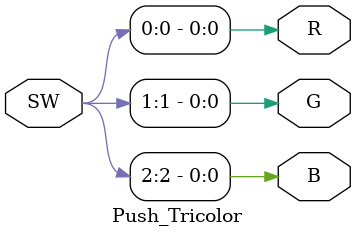
<source format=v>
`timescale 1ns / 1ps

// Author      : Venu Pabbuleti 
// ID          : N180116
//Branch       : ECE
//Project Name : IMPLIMENTATION OF DESIGN USING VERILOG ON NEXY 4 DDR FPGA BOARD
//Design  Name : BLINKING BGR USING SWITCHES
//Module  Name : Switch_Tricolor
//RGUKT NUZVID 
//////////////////////////////////////////////////////////////////////////////////


module Push_Tricolor(SW,R,G,B);
input [2:0]SW;
output B,G,R;

assign SW[0] = R;
assign SW[1] = G;
assign SW[2] = B;

endmodule

</source>
